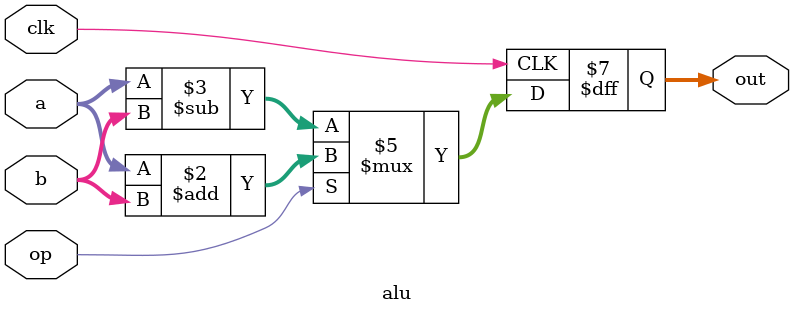
<source format=v>
`timescale 1ns/1ps

module alu(
    input [7:0] a,
    input [7:0] b,
    input op,
    input clk,
    output reg [7:0] out
);
    // state

    always @(posedge clk) begin
        if (op)
            out <= a + b;
        else
            out <= a - b;
    end
/*
    reg [7:0] a_old;
    genvar i;
    always @(posedge clk) begin
        // Line/branch coverage
        cover(op);
        cover(!op);

        // Toggle coverage
        a_old <= a;
    end
    generate for(i = 0; i < 8; i = i + 1) begin
        always @(posedge clk) begin
            cover(!a_old[i] && a[i]); // toggle 0->1
            cover(a_old[i] && !a[i]); // toggle 1->0
        end
    end
    endgenerate
    */
/*
    val x = Mux(sum > 15, 15, sum)

    val x = when (sum > 15) {
        15
    }.otherwise {
        sum
    }

    always @(*) begin
        if (sum > 15)
            x = 15;
        else
            x = sum;
    end

    always @(posedge clk) begin
        if (a > 5)
            $display("a: %d, b: %d, out: %d", a, b, out);
    end
*/
    //assign out = a + b;
    //assign out = op ? a + b : a - b; // ternary operator
endmodule
/*
module alu_tb();
    reg [7:0] a_tb, b_tb;
    reg op_tb;
    wire [7:0] out_tb;
    reg clk = 0;
    always #1 clk <= ~clk;
    alu a1 (.clk(clk), .a(a_tb), .b(b_tb), .op(op_tb), .out(out_tb));

    integer i;
    initial begin
        op_tb = 1;
        a_tb = 1;
        b_tb = 2;
        $display("%d", out_tb);
        @(posedge clk);
        $display("%d", out_tb);
        #0.1;
        $display("%d", out_tb);
        for (i = 0; i < 10; i = i + 1) begin
            a_tb = i;
            b_tb = i;
            op_tb = 1;
            #1; // force time advancement
            $display("%d", out_tb);
            assert(out_tb == 2*i) else $display("ERROR: %d != %d", out_tb, 2*i);
        end
        $finish();
    end
endmodule
*/

//`timescale 1ns/1ps
/*
module alu(
    input clk,
    input [7:0] a,
    input [7:0] b,
    input op,
    output [7:0] out
);
    reg [7:0] result;

    always @(posedge clk) begin
        if (op) begin
            result <= a + b;
        end else begin
            result <= a - b + 1;
        end
        //$display("%d", result);
    end
    assign out = result;
endmodule
*/
/*
def thing(a, b, op) -> int:
    if (op) return a + b
    else return a - b

class TestThing:
    def test_it():
        result = thing(1, 2, 1)
        assert result == 3, f""
*/
/*
module alu_tb();
    reg clk = 0;
    always #1 clk <= ~clk;
    reg [7:0] a_tb, b_tb;
    reg op_tb;
    wire [7:0] out_tb;

    alu dut (.clk(clk), .a(a_tb), .b(b_tb), .op(op_tb), .out(out_tb));

    integer i;
    initial begin
        for (i = 0; i < 10; i = i + 1) begin
            a_tb = i; // poke (drive some value into the DUT input)
            b_tb = i;
            op_tb = 1;
            @(posedge clk); #1; // step (advance the clock)
            $display("%d", out_tb); // peek (sense some value from the DUT output)
            assert(out_tb == 2*i) else $display("%d != %d", out_tb, 2*i);
        end
        $finish();
    end

endmodule
*/
/*
module alu_tb();

    reg clk = 0;
    always #1 clk <= ~clk;
    reg [7:0] a_tb, b_tb;
    reg op_tb;
    wire [7:0] out_tb;

    alu dut (.clk(clk), .a(a_tb), .b(b_tb), .op(op_tb), .out(out_tb));

    task test1;
        for (i = 0; i < 10; i = i + 1) begin
            a_tb = i; // poke (drive a value into a DUT input)
            b_tb = i;
            op_tb = 1;
            @(posedge clk); #1; // step (advance the clock)
            $display("%d", out_tb); // peek (sense a value from a DUT output)
            assert(out_tb == 2*i) else $display("%d != %d", out_tb, 2*i);
        end
    endtask

    task test2;
        for (i = 0; i < 10; i = i + 1) begin
            a_tb = i; // poke (drive a value into a DUT input)
            b_tb = i;
            op_tb = 0;
            @(posedge clk); #1; // step (advance the clock)
            $display("%d", out_tb); // peek (sense a value from a DUT output)
            assert(out_tb == 0) else $display("%d != %d", out_tb, 0);
        end
    endtask


    integer i;
    initial begin
        test1();
        rst = 1;
        @(posedge clk); #1;
        rst = 0;
        test2();
        $finish();
    end
endmodule
*/



/*
module alu_tb();
    reg clk = 0;
    always #1 clk <= !clk;
    reg [7:0] a_tb, b_tb;
    reg op_tb;
    wire [7:0] out_tb;

    alu dut (.clk(clk), .a(a_tb), .b(b_tb), .op(op_tb), .out(out_tb));

    integer i;
    initial begin
        for (i = 0; i < 10; i = i+1) begin
            a_tb = i; // poke (drive a value into a DUT input)
            b_tb = i;
            op_tb = 1;
            @(posedge clk); #1; // step (advancing the clock)
            $display("%d", out_tb); // peek (sense a value from a DUT output)
            assert(out_tb == 2*i) else $display("%d != %d", out_tb, 2*i);
        end
        $finish();
    end
endmodule
*/

/*
module alu_tb();
    reg clk = 0;
    always #1 clk <= !clk;
    reg [7:0] a_tb, b_tb;
    reg op_tb;
    wire [7:0] out_tb;

    alu dut (.clk(clk), .a(a_tb), .b(b_tb), .op(op_tb), .out(out_tb));

    integer i;
    initial begin
        for (i = 0; i < 10; i = i + 1) begin
            a_tb = i; // poke (drive a value into a DUT input)
            b_tb = i;
            op_tb = 1;
            @(posedge clk); #1; // step (advance the clock)
            $display("%d", out_tb); // peek (sense a value from a DUT output)
            assert(out_tb == 2*i) else $display("%d != %d", out_tb, 2*i);
        end
        $finish();
    end
endmodule
*/

/*
module alu_tb();
    reg clk = 0;
    always #1 clk <= ~clk;

    reg [7:0] a_tb, b_tb;
    reg op_tb;
    wire [7:0] out_tb;

    alu dut(.clk(clk), .a(a_tb), .b(b_tb), .op(op_tb), .out(out_tb));

    integer i;
    initial begin
        for (i = 0; i < 10; i = i + 1) begin
            a_tb = i; // poke API call
            b_tb = i;
            op_tb = 1;
            @(posedge clk); #1; // step API call
            $display("%d", out_tb); // peek API call
            //assert(out_tb != 2*i) else $display("ERROR: %d", out_tb);
        end
        $finish();
    end

endmodule
*/

</source>
